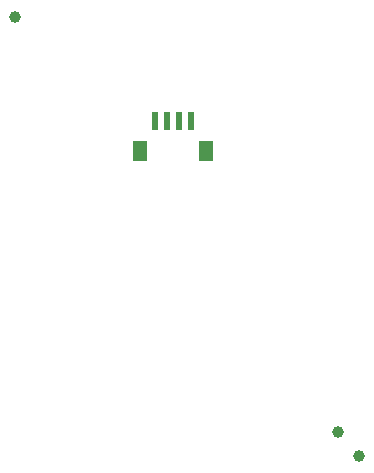
<source format=gbr>
G04 #@! TF.GenerationSoftware,KiCad,Pcbnew,(5.0.0-3-g5ebb6b6)*
G04 #@! TF.CreationDate,2018-10-17T11:41:48-06:00*
G04 #@! TF.ProjectId,teensy_beats,7465656E73795F62656174732E6B6963,rev?*
G04 #@! TF.SameCoordinates,Original*
G04 #@! TF.FileFunction,Paste,Bot*
G04 #@! TF.FilePolarity,Positive*
%FSLAX46Y46*%
G04 Gerber Fmt 4.6, Leading zero omitted, Abs format (unit mm)*
G04 Created by KiCad (PCBNEW (5.0.0-3-g5ebb6b6)) date Wednesday, October 17, 2018 at 11:41:48 AM*
%MOMM*%
%LPD*%
G01*
G04 APERTURE LIST*
%ADD10R,1.200000X1.800000*%
%ADD11R,0.600000X1.550000*%
%ADD12C,1.000000*%
G04 APERTURE END LIST*
D10*
G04 #@! TO.C,J3*
X121050000Y-60237500D03*
X115450000Y-60237500D03*
D11*
X119750000Y-57712500D03*
X118750000Y-57712500D03*
X117750000Y-57712500D03*
X116750000Y-57712500D03*
G04 #@! TD*
D12*
G04 #@! TO.C,TP5*
X134025000Y-86075000D03*
G04 #@! TD*
G04 #@! TO.C,TP4*
X104875000Y-48950000D03*
G04 #@! TD*
G04 #@! TO.C,TP3*
X132250000Y-84075000D03*
G04 #@! TD*
M02*

</source>
